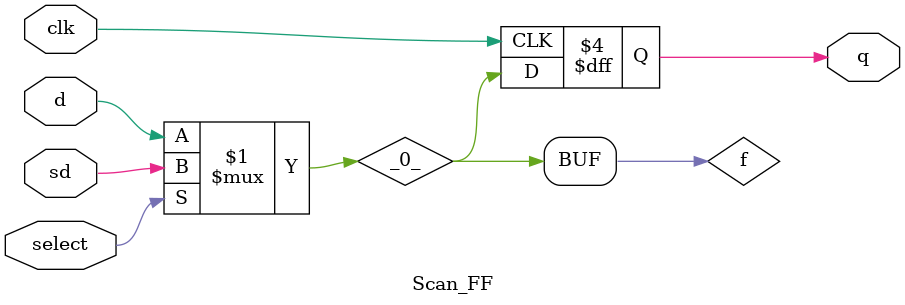
<source format=v>
/* Generated by Yosys 0.7 (git sha1 61f6811, gcc 6.2.0-11ubuntu1 -O2 -fdebug-prefix-map=/build/yosys-OIL3SR/yosys-0.7=. -fstack-protector-strong -fPIC -Os) */

(* src = "scan_ff.v:3" *)
module Scan_FF(clk, select, sd, d, q);
  (* src = "scan_ff.v:15" *)
  reg _0_;
  (* src = "scan_ff.v:13" *)
  wire _1_;
  (* src = "scan_ff.v:5" *)
  input clk;
  (* src = "scan_ff.v:8" *)
  input d;
  (* src = "scan_ff.v:10" *)
  wire f;
  (* src = "scan_ff.v:9" *)
  output q;
  reg q;
  (* src = "scan_ff.v:7" *)
  input sd;
  (* src = "scan_ff.v:6" *)
  input select;
  assign _1_ = select ? (* src = "scan_ff.v:13" *) sd : d;
  always @* begin
    _0_ = f;
  end
  always @(negedge clk) begin
      q <= _0_;
  end
  assign f = _1_;
endmodule

</source>
